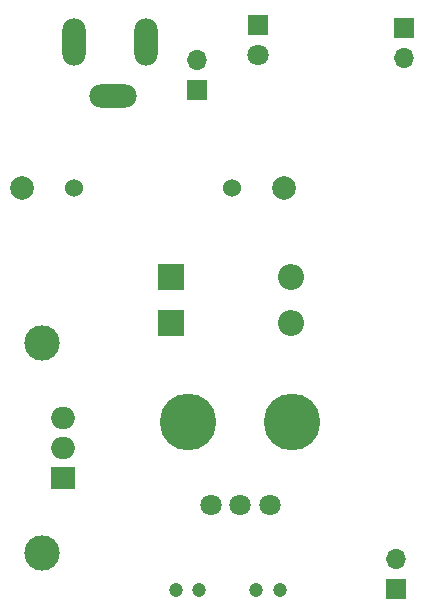
<source format=gbs>
G04 #@! TF.GenerationSoftware,KiCad,Pcbnew,(5.1.10)-1*
G04 #@! TF.CreationDate,2021-12-28T21:38:16-08:00*
G04 #@! TF.ProjectId,breadboardPower,62726561-6462-46f6-9172-64506f776572,rev?*
G04 #@! TF.SameCoordinates,Original*
G04 #@! TF.FileFunction,Soldermask,Bot*
G04 #@! TF.FilePolarity,Negative*
%FSLAX46Y46*%
G04 Gerber Fmt 4.6, Leading zero omitted, Abs format (unit mm)*
G04 Created by KiCad (PCBNEW (5.1.10)-1) date 2021-12-28 21:38:16*
%MOMM*%
%LPD*%
G01*
G04 APERTURE LIST*
%ADD10C,4.800000*%
%ADD11C,1.800000*%
%ADD12O,1.700000X1.700000*%
%ADD13R,1.700000X1.700000*%
%ADD14C,2.000000*%
%ADD15C,1.524000*%
%ADD16C,3.000000*%
%ADD17O,2.000000X1.905000*%
%ADD18R,2.000000X1.905000*%
%ADD19C,1.200000*%
%ADD20O,4.000000X2.000000*%
%ADD21O,2.000000X4.000000*%
%ADD22O,2.200000X2.200000*%
%ADD23R,2.200000X2.200000*%
%ADD24R,1.800000X1.800000*%
G04 APERTURE END LIST*
D10*
X95800000Y-98460800D03*
X87000000Y-98460800D03*
D11*
X93900000Y-105460800D03*
X91400000Y-105460800D03*
X88900000Y-105460800D03*
D12*
X87757000Y-67818000D03*
D13*
X87757000Y-70358000D03*
D14*
X72898000Y-78613000D03*
X95123000Y-78613000D03*
D15*
X77343000Y-78613000D03*
X90678000Y-78613000D03*
D16*
X74612500Y-91747500D03*
X74612500Y-109547500D03*
D17*
X76390500Y-98107499D03*
X76390500Y-100647499D03*
D18*
X76390500Y-103187499D03*
D19*
X87915500Y-112649000D03*
X85915500Y-112649000D03*
X94710000Y-112649000D03*
X92710000Y-112649000D03*
D12*
X105219500Y-67665600D03*
D13*
X105219500Y-65125600D03*
D12*
X104584500Y-110082000D03*
D13*
X104584500Y-112622000D03*
D20*
X80643000Y-70894000D03*
D21*
X83443000Y-66294000D03*
X77343000Y-66294000D03*
D22*
X95656400Y-90068400D03*
D23*
X85496400Y-90068400D03*
D22*
X95656400Y-86207600D03*
D23*
X85496400Y-86207600D03*
D11*
X92881902Y-67367211D03*
D24*
X92881902Y-64827211D03*
M02*

</source>
